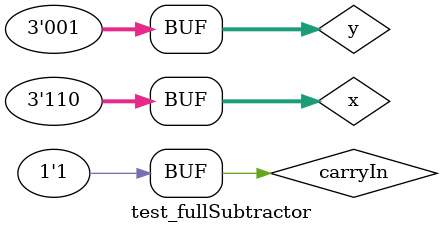
<source format=v>

module au02(output subtracao, output askOne, input a, input b, input carryIn);
//Definição dos fios da AU
wire s0, d0, d1, d2, a_n;

//Definição das portas operadoradoras aritméticas da AU
xor xor1(s0, a, b);
xor xor2(subtracao, s0, carryIn);

//Definição da AU
not not1(a_n, a);
and and1(d0, a_n, carryIn);
and and2(d1, a_n, b);
and and3(d2, b, carryIn);
or or1(askOne, d0, d1, d2);

endmodule //au02

// ----------------
// full subtractor
// ----------------
module fullSubtractor(output [2:0]subtracao, output [2:0]askOne,
                 input [2:0]a, input [2:0]b, input carryIn);

au02 a1(subtracao[0], askOne[0], a[0], b[0], carryIn);
au02 a2(subtracao[1], askOne[1], a[1], b[1], carryIn);
au02 a3(subtracao[2], askOne[2], a[2], b[2], carryIn);


endmodule //full subtractor

// ----------------
// test fullSubtractor
// ----------------
module test_fullSubtractor;

// ---------------- Definir dados
reg [2:0]x;
reg [2:0]y;
reg carryIn;
wire [2:0]subtracao;
wire [2:0]askOne;  //Pede - um

// ---------------- Instância
 fullSubtractor modulo(subtracao, askOne, x, y, carryIn);
 
// ---------------- Preparação
 initial begin: start
  x = 3'b011; y = 3'b100;
  carryIn = 1'b0;
 end

// ---------------- Parte principal
 initial begin: main
   $display("Exemplo0022 - Josemar Alves Caetano - 448662.");
	$display("Test ALU's full subtractor");
	
    
    $monitor("%b - %b = %b. Pede-um: %b", x, y, subtracao, askOne);

   #1 x = 3'b111; y = 3'b010;   
   #1 carryIn = 1'b1; x = 3'b000; y = 3'b001;
   #1 x = 3'b011; y = 3'b010;
   #1 x = 3'b110; y = 3'b001;
 
 end //main
 
endmodule //test_fullSubtractor
</source>
